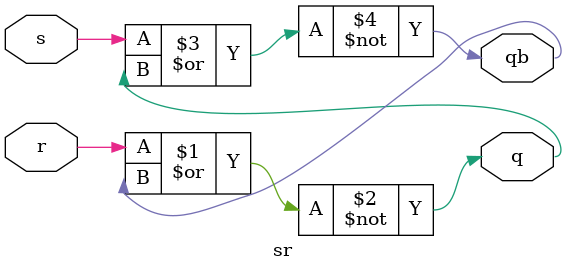
<source format=v>
module sr(input s,r, output q,qb);
  assign q = ~(r | qb);
  assign qb = ~(s|q);
endmodule

</source>
